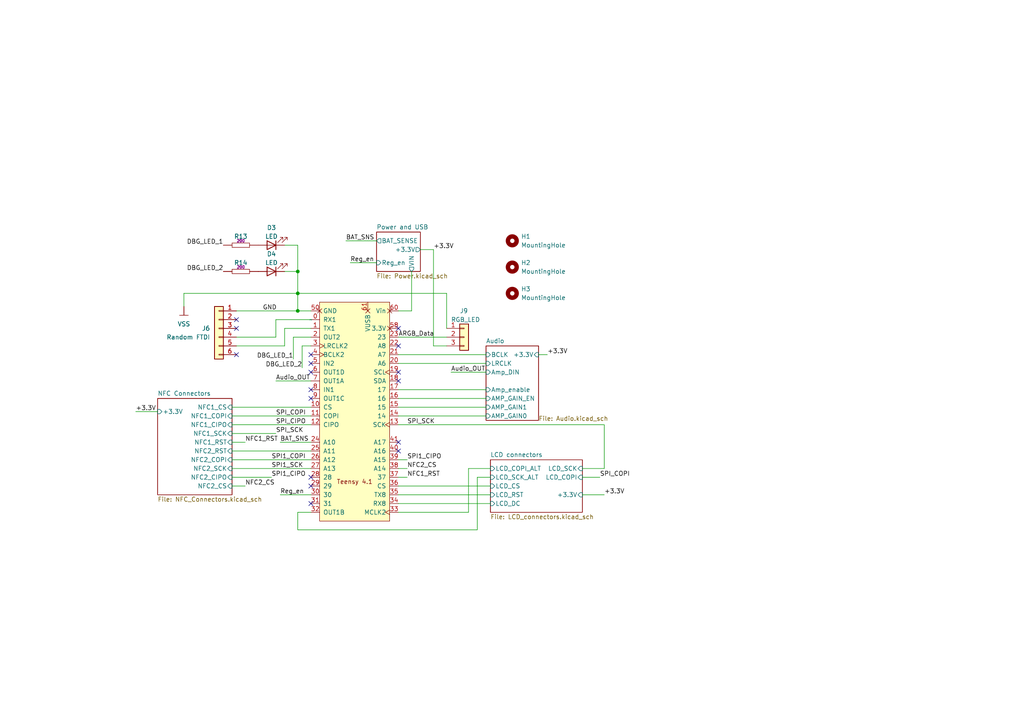
<source format=kicad_sch>
(kicad_sch (version 20230121) (generator eeschema)
  (paper "A4")
  (title_block (title "Projet Barbapapa") (date "2023-06-25") (rev "0.3") (company "Téo-CD"))
  (lib_symbols
    (symbol "00_PowerSymboles:VSS" (power) (pin_numbers hide) (pin_names hide) (in_bom no) (on_board no)
      (property "Value" "VSS" (at 0 -3.81 0))
      (symbol "VSS_0_1"
        (polyline (pts (xy -1.27 -2.54) (xy 1.27 -2.54)))
      )
      (symbol "VSS_1_1"
        (pin power_in line (at 0 0 270) (length 2.54) (name "VSS") (number "VSS"))
      )
    )
    (symbol "02_Resistor:RES_0603_2K1_1%" (pin_numbers hide) (pin_names hide)
      (property "Reference" "R" (at 0 2.54 0))
      (property "Resistance" "2k1" (at 0 0 0))
      (symbol "RES_0603_2K1_1%_0_1"
        (rectangle (start -2.54 0.635) (end 2.54 -0.635))
      )
      (symbol "RES_0603_2K1_1%_1_1"
        (pin passive line (at -5.08 0 0) (length 2.54) (name "1") (number "1"))
        (pin passive line (at 5.08 0 180) (length 2.54) (name "2") (number "2"))
      )
    )
    (symbol "Connector_Generic:Conn_01x03" (pin_names (offset 1.016) hide)
      (property "Reference" "J" (at 0 5.08 0))
      (property "Value" "Conn_01x03" (at 0 -5.08 0))
      (symbol "Conn_01x03_1_1"
        (rectangle (start -1.27 -2.413) (end 0 -2.667) (stroke (width 0.1524)))
        (rectangle (start -1.27 0.127) (end 0 -0.127) (stroke (width 0.1524)))
        (rectangle (start -1.27 2.667) (end 0 2.413) (stroke (width 0.1524)))
        (rectangle (start -1.27 3.81) (end 1.27 -3.81) (stroke (width 0.254)) (fill (type background)))
        (pin passive line (at -5.08 2.54 0) (length 3.81) (name "Pin_1") (number "1"))
        (pin passive line (at -5.08 0 0) (length 3.81) (name "Pin_2") (number "2"))
        (pin passive line (at -5.08 -2.54 0) (length 3.81) (name "Pin_3") (number "3"))
      )
    )
    (symbol "Connector_Generic:Conn_01x06" (pin_names (offset 1.016) hide)
      (property "Reference" "J" (at 0 7.62 0))
      (property "Value" "Conn_01x06" (at 0 -10.16 0))
      (symbol "Conn_01x06_1_1"
        (rectangle (start -1.27 -7.493) (end 0 -7.747) (stroke (width 0.1524)))
        (rectangle (start -1.27 -4.953) (end 0 -5.207) (stroke (width 0.1524)))
        (rectangle (start -1.27 -2.413) (end 0 -2.667) (stroke (width 0.1524)))
        (rectangle (start -1.27 0.127) (end 0 -0.127) (stroke (width 0.1524)))
        (rectangle (start -1.27 2.667) (end 0 2.413) (stroke (width 0.1524)))
        (rectangle (start -1.27 5.207) (end 0 4.953) (stroke (width 0.1524)))
        (rectangle (start -1.27 6.35) (end 1.27 -8.89) (stroke (width 0.254)) (fill (type background)))
        (pin passive line (at -5.08 5.08 0) (length 3.81) (name "Pin_1") (number "1"))
        (pin passive line (at -5.08 2.54 0) (length 3.81) (name "Pin_2") (number "2"))
        (pin passive line (at -5.08 0 0) (length 3.81) (name "Pin_3") (number "3"))
        (pin passive line (at -5.08 -2.54 0) (length 3.81) (name "Pin_4") (number "4"))
        (pin passive line (at -5.08 -5.08 0) (length 3.81) (name "Pin_5") (number "5"))
        (pin passive line (at -5.08 -7.62 0) (length 3.81) (name "Pin_6") (number "6"))
      )
    )
    (symbol "Device:LED" (pin_numbers hide) (pin_names (offset 1.016) hide)
      (property "Reference" "D" (at 0 2.54 0))
      (property "Value" "LED" (at 0 -2.54 0))
      (symbol "LED_0_1"
        (polyline (pts (xy -1.27 -1.27) (xy -1.27 1.27)) (stroke (width 0.254)))
        (polyline (pts (xy -1.27 0) (xy 1.27 0)))
        (polyline (pts (xy 1.27 -1.27) (xy 1.27 1.27) (xy -1.27 0) (xy 1.27 -1.27)) (stroke (width 0.254)))
        (polyline (pts (xy -3.048 -0.762) (xy -4.572 -2.286) (xy -3.81 -2.286) (xy -4.572 -2.286) (xy -4.572 -1.524)))
        (polyline (pts (xy -1.778 -0.762) (xy -3.302 -2.286) (xy -2.54 -2.286) (xy -3.302 -2.286) (xy -3.302 -1.524)))
      )
      (symbol "LED_1_1"
        (pin passive line (at -3.81 0 0) (length 2.54) (name "K") (number "1"))
        (pin passive line (at 3.81 0 180) (length 2.54) (name "A") (number "2"))
      )
    )
    (symbol "Mechanical:MountingHole" (pin_names (offset 1.016))
      (property "Reference" "H" (at 0 5.08 0))
      (property "Value" "MountingHole" (at 0 3.175 0))
      (symbol "MountingHole_0_1"
        (circle (center 0 0) (radius 1.27) (stroke (width 1.27)))
      )
    )
    (symbol "Stuff:Teensy_4.1" (pin_names (offset 1)) (in_bom no)
      (symbol "Teensy_4.1_1_0"
        (pin input line (at -12.7 25.4 0) (length 2.54) (name "RX1") (number "0"))
        (pin output line (at -12.7 22.86 0) (length 2.54) (name "TX1") (number "1"))
        (pin output line (at -12.7 0 0) (length 2.54) (name "CS") (number "10"))
        (pin output line (at -12.7 -2.54 0) (length 2.54) (name "COPI") (number "11"))
        (pin input line (at -12.7 -5.08 0) (length 2.54) (name "CIPO") (number "12"))
        (pin output clock (at 12.7 -5.08 180) (length 2.54) (name "SCK") (number "13"))
        (pin input line (at 12.7 -2.54 180) (length 2.54) (name "A0") (number "14") (alternate "14" bidirectional line))
        (pin input line (at 12.7 0 180) (length 2.54) (name "A1") (number "15") (alternate "15" bidirectional line))
        (pin output clock (at 12.7 2.54 180) (length 2.54) (name "SCL1") (number "16") (alternate "16" bidirectional line))
        (pin bidirectional line (at 12.7 5.08 180) (length 2.54) (name "SDA1") (number "17") (alternate "17" bidirectional line))
        (pin bidirectional line (at 12.7 7.62 180) (length 2.54) (name "SDA") (number "18"))
        (pin output clock (at 12.7 10.16 180) (length 2.54) (name "SCL") (number "19"))
        (pin output line (at -12.7 20.32 0) (length 2.54) (name "OUT2") (number "2"))
        (pin input line (at 12.7 12.7 180) (length 2.54) (name "A6") (number "20"))
        (pin input line (at 12.7 15.24 180) (length 2.54) (name "A7") (number "21"))
        (pin input line (at 12.7 17.78 180) (length 2.54) (name "A8") (number "22"))
        (pin input line (at 12.7 20.32 180) (length 2.54) (name "A9") (number "23") (alternate "23" bidirectional line))
        (pin input line (at -12.7 -10.16 0) (length 2.54) (name "A10") (number "24"))
        (pin input line (at -12.7 -12.7 0) (length 2.54) (name "A11") (number "25"))
        (pin input line (at -12.7 -15.24 0) (length 2.54) (name "A12") (number "26"))
        (pin input line (at -12.7 -17.78 0) (length 2.54) (name "A13") (number "27"))
        (pin bidirectional line (at -12.7 -20.32 0) (length 2.54) (name "28") (number "28"))
        (pin bidirectional line (at -12.7 -22.86 0) (length 2.54) (name "29") (number "29"))
        (pin output clock (at -12.7 17.78 0) (length 2.54) (name "LRCLK2") (number "3"))
        (pin bidirectional line (at -12.7 -25.4 0) (length 2.54) (name "30") (number "30"))
        (pin bidirectional line (at -12.7 -27.94 0) (length 2.54) (name "31") (number "31"))
        (pin output line (at -12.7 -30.48 0) (length 2.54) (name "OUT1B") (number "32"))
        (pin output clock (at 12.7 -30.48 180) (length 2.54) (name "MCLK2") (number "33"))
        (pin input line (at 12.7 -27.94 180) (length 2.54) (name "RX8") (number "34"))
        (pin output line (at 12.7 -25.4 180) (length 2.54) (name "TX8") (number "35"))
        (pin output line (at 12.7 -22.86 180) (length 2.54) (name "CS") (number "36"))
        (pin output line (at 12.7 -20.32 180) (length 2.54) (name "CS") (number "37") (alternate "37" bidirectional line))
        (pin input line (at 12.7 -17.78 180) (length 2.54) (name "A14") (number "38"))
        (pin input line (at 12.7 -15.24 180) (length 2.54) (name "A15") (number "39"))
        (pin output clock (at -12.7 15.24 0) (length 2.54) (name "BCLK2") (number "4"))
        (pin input line (at 12.7 -12.7 180) (length 2.54) (name "A16") (number "40"))
        (pin input line (at 12.7 -10.16 180) (length 2.54) (name "A17") (number "41"))
        (pin input line (at -12.7 12.7 0) (length 2.54) (name "IN2") (number "5"))
        (pin power_out non_logic (at -12.7 27.94 0) (length 2.54) (name "GND") (number "50"))
        (pin power_out non_logic (at -12.7 -7.62 0) (length 2.54) hide (name "3.3V") (number "51"))
        (pin power_in non_logic (at 12.7 -7.62 180) (length 2.54) hide (name "GND") (number "57"))
        (pin power_out non_logic (at 12.7 22.86 180) (length 2.54) (name "3.3V") (number "58"))
        (pin power_out non_logic (at 12.7 25.4 180) (length 2.54) hide (name "GND") (number "59"))
        (pin output line (at -12.7 10.16 0) (length 2.54) (name "OUT1D") (number "6"))
        (pin power_in non_logic (at 12.7 27.94 180) (length 2.54) (name "Vin") (number "60"))
        (pin power_in non_logic (at 3.81 30.48 270) (length 2.54) (name "VUSB") (number "61"))
        (pin output line (at -12.7 7.62 0) (length 2.54) (name "OUT1A") (number "7"))
        (pin input line (at -12.7 5.08 0) (length 2.54) (name "IN1") (number "8"))
        (pin output line (at -12.7 2.54 0) (length 2.54) (name "OUT1C") (number "9"))
      )
      (symbol "Teensy_4.1_1_1"
        (rectangle (start -10.16 30.48) (end 10.16 -33.02) (fill (type background)))
        (text "Teensy 4.1" (at 0 -21.59 0) (effects (font (size 1.27 1.27))))
      )
    )
  )
  (junction (at 86.36 90.17))
  (junction (at 86.36 85.09))
  (junction (at 86.36 78.74))
  (no_connect (at 90.17 140.97))
  (no_connect (at 115.57 107.95))
  (no_connect (at 115.57 95.25))
  (no_connect (at 90.17 146.05))
  (no_connect (at 68.58 102.87))
  (no_connect (at 115.57 128.27))
  (no_connect (at 90.17 107.95))
  (no_connect (at 90.17 113.03))
  (no_connect (at 90.17 138.43))
  (no_connect (at 115.57 130.81))
  (no_connect (at 115.57 110.49))
  (no_connect (at 68.58 92.71))
  (no_connect (at 90.17 115.57))
  (no_connect (at 90.17 105.41))
  (no_connect (at 68.58 95.25))
  (no_connect (at 90.17 102.87))
  (no_connect (at 115.57 100.33))
  (wire (pts (xy 138.43 153.67) (xy 86.36 153.67)))
  (wire (pts (xy 115.57 115.57) (xy 140.97 115.57)))
  (wire (pts (xy 80.01 97.79) (xy 68.58 97.79)))
  (wire (pts (xy 85.09 97.79) (xy 90.17 97.79)))
  (wire (pts (xy 86.36 71.12) (xy 86.36 78.74)))
  (wire (pts (xy 119.38 78.74) (xy 119.38 90.17)))
  (wire (pts (xy 80.01 110.49) (xy 90.17 110.49)))
  (wire (pts (xy 81.28 143.51) (xy 90.17 143.51)))
  (wire (pts (xy 118.11 138.43) (xy 115.57 138.43)))
  (wire (pts (xy 125.73 72.39) (xy 125.73 100.33)))
  (wire (pts (xy 168.91 143.51) (xy 175.26 143.51)))
  (wire (pts (xy 168.91 138.43) (xy 173.99 138.43)))
  (wire (pts (xy 82.55 100.33) (xy 68.58 100.33)))
  (wire (pts (xy 115.57 97.79) (xy 129.54 97.79)))
  (wire (pts (xy 86.36 148.59) (xy 90.17 148.59)))
  (wire (pts (xy 135.89 135.89) (xy 142.24 135.89)))
  (wire (pts (xy 90.17 100.33) (xy 87.63 100.33)))
  (wire (pts (xy 135.89 148.59) (xy 135.89 135.89)))
  (wire (pts (xy 39.37 119.38) (xy 45.72 119.38)))
  (wire (pts (xy 115.57 123.19) (xy 175.26 123.19)))
  (wire (pts (xy 100.33 69.85) (xy 109.22 69.85)))
  (wire (pts (xy 67.31 118.11) (xy 90.17 118.11)))
  (wire (pts (xy 85.09 104.14) (xy 85.09 97.79)))
  (wire (pts (xy 115.57 120.65) (xy 140.97 120.65)))
  (wire (pts (xy 115.57 90.17) (xy 119.38 90.17)))
  (wire (pts (xy 80.01 92.71) (xy 90.17 92.71)))
  (wire (pts (xy 67.31 138.43) (xy 78.74 138.43)))
  (wire (pts (xy 129.54 85.09) (xy 86.36 85.09)))
  (wire (pts (xy 168.91 135.89) (xy 175.26 135.89)))
  (wire (pts (xy 118.11 133.35) (xy 115.57 133.35)))
  (wire (pts (xy 115.57 148.59) (xy 135.89 148.59)))
  (wire (pts (xy 115.57 143.51) (xy 142.24 143.51)))
  (wire (pts (xy 115.57 146.05) (xy 142.24 146.05)))
  (wire (pts (xy 67.31 135.89) (xy 90.17 135.89)))
  (wire (pts (xy 67.31 130.81) (xy 90.17 130.81)))
  (wire (pts (xy 53.34 88.9) (xy 53.34 85.09)))
  (wire (pts (xy 86.36 153.67) (xy 86.36 148.59)))
  (wire (pts (xy 115.57 118.11) (xy 140.97 118.11)))
  (wire (pts (xy 115.57 105.41) (xy 140.97 105.41)))
  (wire (pts (xy 82.55 95.25) (xy 90.17 95.25)))
  (wire (pts (xy 86.36 90.17) (xy 90.17 90.17)))
  (wire (pts (xy 67.31 133.35) (xy 90.17 133.35)))
  (wire (pts (xy 138.43 138.43) (xy 138.43 153.67)))
  (wire (pts (xy 121.92 72.39) (xy 125.73 72.39)))
  (wire (pts (xy 87.63 100.33) (xy 87.63 106.68)))
  (wire (pts (xy 115.57 140.97) (xy 142.24 140.97)))
  (wire (pts (xy 129.54 95.25) (xy 129.54 85.09)))
  (wire (pts (xy 86.36 78.74) (xy 86.36 85.09)))
  (wire (pts (xy 115.57 102.87) (xy 140.97 102.87)))
  (wire (pts (xy 80.01 92.71) (xy 80.01 97.79)))
  (wire (pts (xy 138.43 138.43) (xy 142.24 138.43)))
  (wire (pts (xy 81.28 128.27) (xy 90.17 128.27)))
  (wire (pts (xy 175.26 135.89) (xy 175.26 123.19)))
  (wire (pts (xy 67.31 120.65) (xy 90.17 120.65)))
  (wire (pts (xy 86.36 85.09) (xy 86.36 90.17)))
  (wire (pts (xy 67.31 123.19) (xy 90.17 123.19)))
  (wire (pts (xy 115.57 113.03) (xy 140.97 113.03)))
  (wire (pts (xy 82.55 78.74) (xy 86.36 78.74)))
  (wire (pts (xy 118.11 135.89) (xy 115.57 135.89)))
  (wire (pts (xy 125.73 100.33) (xy 129.54 100.33)))
  (wire (pts (xy 68.58 90.17) (xy 86.36 90.17)))
  (wire (pts (xy 156.21 102.87) (xy 158.75 102.87)))
  (wire (pts (xy 67.31 140.97) (xy 71.12 140.97)))
  (wire (pts (xy 82.55 71.12) (xy 86.36 71.12)))
  (wire (pts (xy 53.34 85.09) (xy 86.36 85.09)))
  (wire (pts (xy 140.97 107.95) (xy 130.81 107.95)))
  (wire (pts (xy 67.31 128.27) (xy 71.12 128.27)))
  (wire (pts (xy 101.6 76.2) (xy 109.22 76.2)))
  (wire (pts (xy 67.31 125.73) (xy 80.01 125.73)))
  (wire (pts (xy 82.55 95.25) (xy 82.55 100.33)))
  (label "Reg_en" (at 101.6 76.2 0))
  (label "+3.3V" (at 125.73 72.39 0))
  (label "SPI_SCK" (at 118.11 123.19 0))
  (label "+3.3V" (at 175.26 143.51 0))
  (label "ARGB_Data" (at 115.57 97.79 0))
  (label "SPI1_COPI" (at 78.74 133.35 0))
  (label "DBG_LED_1" (at 85.09 104.14 180))
  (label "Reg_en" (at 81.28 143.51 0))
  (label "DBG_LED_1" (at 64.77 71.12 180))
  (label "NFC2_CS" (at 118.11 135.89 0))
  (label "SPI1_SCK" (at 78.74 135.89 0))
  (label "GND" (at 76.2 90.17 0))
  (label "Audio_OUT" (at 130.81 107.95 0))
  (label "Audio_OUT" (at 80.01 110.49 0))
  (label "+3.3V" (at 158.75 102.87 0))
  (label "DBG_LED_2" (at 87.63 106.68 180))
  (label "DBG_LED_2" (at 64.77 78.74 180))
  (label "SPI_COPI" (at 173.99 138.43 0))
  (label "NFC1_RST" (at 71.12 128.27 0))
  (label "SPI_SCK" (at 80.01 125.73 0))
  (label "+3.3V" (at 39.37 119.38 0))
  (label "SPI1_CIPO" (at 78.74 138.43 0))
  (label "SPI_CIPO" (at 80.01 123.19 0))
  (label "NFC1_RST" (at 118.11 138.43 0))
  (label "SPI_COPI" (at 80.01 120.65 0))
  (label "BAT_SNS" (at 100.33 69.85 0))
  (label "BAT_SNS" (at 81.28 128.27 0))
  (label "SPI1_CIPO" (at 118.11 133.35 0))
  (label "NFC2_CS" (at 71.12 140.97 0))
  (symbol (lib_id "02_Resistor:RES_0603_2K1_1%") (at 69.85 71.12 0) (mirror x) (unit 1)
    (property "Reference" "R13" (at 69.85 68.58 0))
    (property "Value" "RES_0603_200_1%" (effects hide))
    (property "Footprint" "01_Passives:RES_0603" (effects hide))
    (property "Resistance" "200" (at 69.85 69.85 0) (effects (font (size 0.8 0.8))))
    (property "Power" "100mW" (effects hide))
  )
  (symbol (lib_id "00_PowerSymboles:VSS") (at 53.34 88.9 0) (unit 1) (in_bom no) (on_board no)
    (property "Reference" "#VSS01" (effects hide))
    (property "Value" "VSS" (at 53.34 93.98 0))
  )
  (symbol (lib_id "Mechanical:MountingHole") (at 148.59 69.85 0) (unit 1) (in_bom no)
    (property "Reference" "H1" (at 151.13 68.58 0) (effects (justify left)))
    (property "Value" "MountingHole" (at 151.13 71.12 0) (effects (justify left)))
    (property "Footprint" "MountingHole:MountingHole_3.2mm_M3" (effects hide))
  )
  (symbol (lib_id "Stuff:Teensy_4.1") (at 102.87 118.11 0) (unit 1) (in_bom no)
    (property "Reference" "T4_1" (effects hide))
    (property "Value" "~" (at 90.17 92.71 0))
    (property "Footprint" "Stuff:Teensy 4.1" (effects hide))
    (property "Datasheet" "https://www.pjrc.com/store/teensy41.html#tech" (effects hide))
    (property "Sim.Enable" "0" (effects hide))
    (pin "14" (alternate "14"))
    (pin "15" (alternate "15"))
    (pin "16" (alternate "16"))
    (pin "17" (alternate "17"))
    (pin "23" (alternate "23"))
    (pin "37" (alternate "37"))
  )
  (symbol (lib_id "Device:LED") (at 78.74 78.74 180) (unit 1)
    (property "Reference" "D4" (at 78.74 73.66 0))
    (property "Value" "LED" (at 78.74 76.2 0))
    (property "Footprint" "LED_SMD:LED_0603_1608Metric_Pad1.05x0.95mm_HandSolder" (effects hide))
  )
  (symbol (lib_id "Device:LED") (at 78.74 71.12 180) (unit 1)
    (property "Reference" "D3" (at 78.74 66.04 0))
    (property "Value" "LED" (at 78.74 68.58 0))
    (property "Footprint" "LED_SMD:LED_0603_1608Metric_Pad1.05x0.95mm_HandSolder" (effects hide))
  )
  (symbol (lib_id "Mechanical:MountingHole") (at 148.59 85.09 0) (unit 1) (in_bom no)
    (property "Reference" "H3" (at 151.13 83.82 0) (effects (justify left)))
    (property "Value" "MountingHole" (at 151.13 86.36 0) (effects (justify left)))
    (property "Footprint" "MountingHole:MountingHole_3.2mm_M3" (effects hide))
  )
  (symbol (lib_id "02_Resistor:RES_0603_2K1_1%") (at 69.85 78.74 180) (unit 1)
    (property "Reference" "R14" (at 69.85 76.2 0))
    (property "Value" "RES_0603_200_1%" (effects hide))
    (property "Footprint" "01_Passives:RES_0603" (effects hide))
    (property "Resistance" "200" (at 69.85 77.47 0) (effects (font (size 0.8 0.8))))
    (property "Power" "100mW" (effects hide))
  )
  (symbol (lib_id "Connector_Generic:Conn_01x06") (at 63.5 95.25 0) (mirror y) (unit 1) (in_bom no)
    (property "Reference" "J6" (at 60.96 95.25 0) (effects (justify left)))
    (property "Value" "Random FTDI" (at 60.96 97.79 0) (effects (justify left)))
    (property "Footprint" "Connector_PinHeader_2.54mm:PinHeader_1x06_P2.54mm_Vertical" (effects hide))
  )
  (symbol (lib_id "Mechanical:MountingHole") (at 148.59 77.47 0) (unit 1) (in_bom no)
    (property "Reference" "H2" (at 151.13 76.2 0) (effects (justify left)))
    (property "Value" "MountingHole" (at 151.13 78.74 0) (effects (justify left)))
    (property "Footprint" "MountingHole:MountingHole_3.2mm_M3" (effects hide))
  )
  (symbol (lib_id "Connector_Generic:Conn_01x03") (at 134.62 97.79 0) (unit 1) (in_bom no)
    (property "Reference" "J9" (at 133.35 90.17 0) (effects (justify left)))
    (property "Value" "RGB_LED" (at 130.81 92.71 0) (effects (justify left)))
    (property "Footprint" "Connector_PinHeader_2.54mm:PinHeader_1x03_P2.54mm_Vertical" (effects hide))
  )
  (sheet (at 109.22 67.31) (size 12.7 11.43) (stroke (width 0.1524))
    (property "Sheetname" "Power and USB" (at 109.22 66.5984 0) (effects (justify left bottom)))
    (property "Sheetfile" "Power.kicad_sch" (at 109.22 79.3246 0) (effects (justify left top)))
    (pin "+3.3V" output (at 121.92 72.39 0))
    (pin "VIN" output (at 119.38 78.74 270))
    (pin "Reg_en" input (at 109.22 76.2 180))
    (pin "BAT_SENSE" output (at 109.22 69.85 180))
  )
  (sheet (at 140.97 100.33) (size 15.24 21.59) (stroke (width 0.1524))
    (property "Sheetname" "Audio" (at 140.97 99.6184 0) (effects (justify left bottom)))
    (property "Sheetfile" "Audio.kicad_sch" (at 156.21 120.65 0) (effects (justify left top)))
    (pin "LRCLK" input (at 140.97 105.41 180))
    (pin "Amp_enable" input (at 140.97 113.03 180))
    (pin "BCLK" input (at 140.97 102.87 180))
    (pin "Amp_DIN" input (at 140.97 107.95 180))
    (pin "AMP_GAIN1" input (at 140.97 118.11 180))
    (pin "AMP_GAIN0" input (at 140.97 120.65 180))
    (pin "AMP_GAIN_EN" input (at 140.97 115.57 180))
    (pin "+3.3V" input (at 156.21 102.87 0))
  )
  (sheet (at 45.72 115.57) (size 21.59 27.94) (stroke (width 0.1524))
    (property "Sheetname" "NFC Connectors" (at 45.72 114.8584 0) (effects (justify left bottom)))
    (property "Sheetfile" "NFC_Connectors.kicad_sch" (at 45.72 144.0946 0) (effects (justify left top)))
    (pin "NFC1_CS" input (at 67.31 118.11 0))
    (pin "NFC1_RST" input (at 67.31 128.27 0))
    (pin "NFC1_CIPO" input (at 67.31 123.19 0))
    (pin "+3.3V" input (at 45.72 119.38 180))
    (pin "NFC2_CIPO" input (at 67.31 138.43 0))
    (pin "NFC2_COPI" input (at 67.31 133.35 0))
    (pin "NFC2_SCK" input (at 67.31 135.89 0))
    (pin "NFC2_CS" input (at 67.31 140.97 0))
    (pin "NFC2_RST" input (at 67.31 130.81 0))
    (pin "NFC1_SCK" input (at 67.31 125.73 0))
    (pin "NFC1_COPI" input (at 67.31 120.65 0))
  )
  (sheet (at 142.24 133.35) (size 26.67 15.24) (stroke (width 0.1524))
    (property "Sheetname" "LCD connectors" (at 142.24 132.6384 0) (effects (justify left bottom)))
    (property "Sheetfile" "LCD_connectors.kicad_sch" (at 142.24 149.1746 0) (effects (justify left top)))
    (pin "LCD_RST" input (at 142.24 143.51 180))
    (pin "LCD_DC" input (at 142.24 146.05 180))
    (pin "LCD_CS" input (at 142.24 140.97 180))
    (pin "LCD_COPI" input (at 168.91 138.43 0))
    (pin "LCD_SCK" input (at 168.91 135.89 0))
    (pin "+3.3V" input (at 168.91 143.51 0))
    (pin "LCD_COPI_ALT" input (at 142.24 135.89 180))
    (pin "LCD_SCK_ALT" input (at 142.24 138.43 180))
  )
)
</source>
